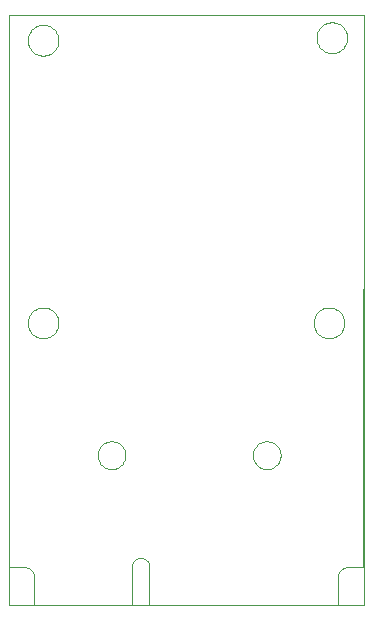
<source format=gko>
G75*
%MOIN*%
%OFA0B0*%
%FSLAX24Y24*%
%IPPOS*%
%LPD*%
%AMOC8*
5,1,8,0,0,1.08239X$1,22.5*
%
%ADD10C,0.0000*%
D10*
X000180Y002833D02*
X000180Y022518D01*
X011991Y022518D01*
X011991Y002833D01*
X000180Y002833D01*
X001017Y003776D02*
X001015Y003809D01*
X001010Y003841D01*
X001002Y003873D01*
X000990Y003904D01*
X000975Y003934D01*
X000957Y003961D01*
X000936Y003987D01*
X000913Y004010D01*
X000887Y004031D01*
X000860Y004049D01*
X000830Y004064D01*
X000799Y004076D01*
X000767Y004084D01*
X000735Y004089D01*
X000702Y004091D01*
X000170Y004091D01*
X000170Y013383D01*
X000800Y012241D02*
X000802Y012286D01*
X000808Y012330D01*
X000817Y012374D01*
X000831Y012416D01*
X000848Y012457D01*
X000869Y012497D01*
X000893Y012535D01*
X000920Y012570D01*
X000950Y012603D01*
X000983Y012633D01*
X001018Y012660D01*
X001056Y012684D01*
X001096Y012705D01*
X001137Y012722D01*
X001179Y012736D01*
X001223Y012745D01*
X001267Y012751D01*
X001312Y012753D01*
X001357Y012751D01*
X001401Y012745D01*
X001445Y012736D01*
X001487Y012722D01*
X001528Y012705D01*
X001568Y012684D01*
X001606Y012660D01*
X001641Y012633D01*
X001674Y012603D01*
X001704Y012570D01*
X001731Y012535D01*
X001755Y012497D01*
X001776Y012457D01*
X001793Y012416D01*
X001807Y012374D01*
X001816Y012330D01*
X001822Y012286D01*
X001824Y012241D01*
X001822Y012196D01*
X001816Y012152D01*
X001807Y012108D01*
X001793Y012066D01*
X001776Y012025D01*
X001755Y011985D01*
X001731Y011947D01*
X001704Y011912D01*
X001674Y011879D01*
X001641Y011849D01*
X001606Y011822D01*
X001568Y011798D01*
X001528Y011777D01*
X001487Y011760D01*
X001445Y011746D01*
X001401Y011737D01*
X001357Y011731D01*
X001312Y011729D01*
X001267Y011731D01*
X001223Y011737D01*
X001179Y011746D01*
X001137Y011760D01*
X001096Y011777D01*
X001056Y011798D01*
X001018Y011822D01*
X000983Y011849D01*
X000950Y011879D01*
X000920Y011912D01*
X000893Y011947D01*
X000869Y011985D01*
X000848Y012025D01*
X000831Y012066D01*
X000817Y012108D01*
X000808Y012152D01*
X000802Y012196D01*
X000800Y012241D01*
X003130Y007833D02*
X003132Y007876D01*
X003138Y007918D01*
X003148Y007960D01*
X003161Y008000D01*
X003179Y008039D01*
X003199Y008077D01*
X003224Y008112D01*
X003251Y008145D01*
X003281Y008175D01*
X003314Y008202D01*
X003349Y008227D01*
X003387Y008247D01*
X003426Y008265D01*
X003466Y008278D01*
X003508Y008288D01*
X003550Y008294D01*
X003593Y008296D01*
X003636Y008294D01*
X003678Y008288D01*
X003720Y008278D01*
X003760Y008265D01*
X003799Y008247D01*
X003837Y008227D01*
X003872Y008202D01*
X003905Y008175D01*
X003935Y008145D01*
X003962Y008112D01*
X003987Y008077D01*
X004007Y008039D01*
X004025Y008000D01*
X004038Y007960D01*
X004048Y007918D01*
X004054Y007876D01*
X004056Y007833D01*
X004054Y007790D01*
X004048Y007748D01*
X004038Y007706D01*
X004025Y007666D01*
X004007Y007627D01*
X003987Y007589D01*
X003962Y007554D01*
X003935Y007521D01*
X003905Y007491D01*
X003872Y007464D01*
X003837Y007439D01*
X003799Y007419D01*
X003760Y007401D01*
X003720Y007388D01*
X003678Y007378D01*
X003636Y007372D01*
X003593Y007370D01*
X003550Y007372D01*
X003508Y007378D01*
X003466Y007388D01*
X003426Y007401D01*
X003387Y007419D01*
X003349Y007439D01*
X003314Y007464D01*
X003281Y007491D01*
X003251Y007521D01*
X003224Y007554D01*
X003199Y007589D01*
X003179Y007627D01*
X003161Y007666D01*
X003148Y007706D01*
X003138Y007748D01*
X003132Y007790D01*
X003130Y007833D01*
X004265Y004111D02*
X004265Y002831D01*
X001017Y002831D01*
X001017Y003776D01*
X004265Y004111D02*
X004267Y004144D01*
X004272Y004177D01*
X004282Y004208D01*
X004294Y004239D01*
X004310Y004268D01*
X004329Y004295D01*
X004351Y004320D01*
X004376Y004342D01*
X004403Y004361D01*
X004432Y004377D01*
X004463Y004389D01*
X004494Y004399D01*
X004527Y004404D01*
X004560Y004406D01*
X004593Y004404D01*
X004626Y004399D01*
X004657Y004389D01*
X004688Y004377D01*
X004717Y004361D01*
X004744Y004342D01*
X004769Y004320D01*
X004791Y004295D01*
X004810Y004268D01*
X004826Y004239D01*
X004838Y004208D01*
X004848Y004177D01*
X004853Y004144D01*
X004855Y004111D01*
X004855Y002831D01*
X011135Y002831D01*
X011135Y003776D01*
X011137Y003809D01*
X011142Y003841D01*
X011150Y003873D01*
X011162Y003904D01*
X011177Y003934D01*
X011195Y003961D01*
X011216Y003987D01*
X011239Y004010D01*
X011265Y004031D01*
X011293Y004049D01*
X011322Y004064D01*
X011353Y004076D01*
X011385Y004084D01*
X011417Y004089D01*
X011450Y004091D01*
X011981Y004091D01*
X011981Y013383D01*
X010327Y012241D02*
X010329Y012286D01*
X010335Y012330D01*
X010344Y012374D01*
X010358Y012416D01*
X010375Y012457D01*
X010396Y012497D01*
X010420Y012535D01*
X010447Y012570D01*
X010477Y012603D01*
X010510Y012633D01*
X010545Y012660D01*
X010583Y012684D01*
X010623Y012705D01*
X010664Y012722D01*
X010706Y012736D01*
X010750Y012745D01*
X010794Y012751D01*
X010839Y012753D01*
X010884Y012751D01*
X010928Y012745D01*
X010972Y012736D01*
X011014Y012722D01*
X011055Y012705D01*
X011095Y012684D01*
X011133Y012660D01*
X011168Y012633D01*
X011201Y012603D01*
X011231Y012570D01*
X011258Y012535D01*
X011282Y012497D01*
X011303Y012457D01*
X011320Y012416D01*
X011334Y012374D01*
X011343Y012330D01*
X011349Y012286D01*
X011351Y012241D01*
X011349Y012196D01*
X011343Y012152D01*
X011334Y012108D01*
X011320Y012066D01*
X011303Y012025D01*
X011282Y011985D01*
X011258Y011947D01*
X011231Y011912D01*
X011201Y011879D01*
X011168Y011849D01*
X011133Y011822D01*
X011095Y011798D01*
X011055Y011777D01*
X011014Y011760D01*
X010972Y011746D01*
X010928Y011737D01*
X010884Y011731D01*
X010839Y011729D01*
X010794Y011731D01*
X010750Y011737D01*
X010706Y011746D01*
X010664Y011760D01*
X010623Y011777D01*
X010583Y011798D01*
X010545Y011822D01*
X010510Y011849D01*
X010477Y011879D01*
X010447Y011912D01*
X010420Y011947D01*
X010396Y011985D01*
X010375Y012025D01*
X010358Y012066D01*
X010344Y012108D01*
X010335Y012152D01*
X010329Y012196D01*
X010327Y012241D01*
X008304Y007833D02*
X008306Y007876D01*
X008312Y007918D01*
X008322Y007960D01*
X008335Y008000D01*
X008353Y008039D01*
X008373Y008077D01*
X008398Y008112D01*
X008425Y008145D01*
X008455Y008175D01*
X008488Y008202D01*
X008523Y008227D01*
X008561Y008247D01*
X008600Y008265D01*
X008640Y008278D01*
X008682Y008288D01*
X008724Y008294D01*
X008767Y008296D01*
X008810Y008294D01*
X008852Y008288D01*
X008894Y008278D01*
X008934Y008265D01*
X008973Y008247D01*
X009011Y008227D01*
X009046Y008202D01*
X009079Y008175D01*
X009109Y008145D01*
X009136Y008112D01*
X009161Y008077D01*
X009181Y008039D01*
X009199Y008000D01*
X009212Y007960D01*
X009222Y007918D01*
X009228Y007876D01*
X009230Y007833D01*
X009228Y007790D01*
X009222Y007748D01*
X009212Y007706D01*
X009199Y007666D01*
X009181Y007627D01*
X009161Y007589D01*
X009136Y007554D01*
X009109Y007521D01*
X009079Y007491D01*
X009046Y007464D01*
X009011Y007439D01*
X008973Y007419D01*
X008934Y007401D01*
X008894Y007388D01*
X008852Y007378D01*
X008810Y007372D01*
X008767Y007370D01*
X008724Y007372D01*
X008682Y007378D01*
X008640Y007388D01*
X008600Y007401D01*
X008561Y007419D01*
X008523Y007439D01*
X008488Y007464D01*
X008455Y007491D01*
X008425Y007521D01*
X008398Y007554D01*
X008373Y007589D01*
X008353Y007627D01*
X008335Y007666D01*
X008322Y007706D01*
X008312Y007748D01*
X008306Y007790D01*
X008304Y007833D01*
X000800Y021663D02*
X000802Y021708D01*
X000808Y021752D01*
X000817Y021796D01*
X000831Y021838D01*
X000848Y021879D01*
X000869Y021919D01*
X000893Y021957D01*
X000920Y021992D01*
X000950Y022025D01*
X000983Y022055D01*
X001018Y022082D01*
X001056Y022106D01*
X001096Y022127D01*
X001137Y022144D01*
X001179Y022158D01*
X001223Y022167D01*
X001267Y022173D01*
X001312Y022175D01*
X001357Y022173D01*
X001401Y022167D01*
X001445Y022158D01*
X001487Y022144D01*
X001528Y022127D01*
X001568Y022106D01*
X001606Y022082D01*
X001641Y022055D01*
X001674Y022025D01*
X001704Y021992D01*
X001731Y021957D01*
X001755Y021919D01*
X001776Y021879D01*
X001793Y021838D01*
X001807Y021796D01*
X001816Y021752D01*
X001822Y021708D01*
X001824Y021663D01*
X001822Y021618D01*
X001816Y021574D01*
X001807Y021530D01*
X001793Y021488D01*
X001776Y021447D01*
X001755Y021407D01*
X001731Y021369D01*
X001704Y021334D01*
X001674Y021301D01*
X001641Y021271D01*
X001606Y021244D01*
X001568Y021220D01*
X001528Y021199D01*
X001487Y021182D01*
X001445Y021168D01*
X001401Y021159D01*
X001357Y021153D01*
X001312Y021151D01*
X001267Y021153D01*
X001223Y021159D01*
X001179Y021168D01*
X001137Y021182D01*
X001096Y021199D01*
X001056Y021220D01*
X001018Y021244D01*
X000983Y021271D01*
X000950Y021301D01*
X000920Y021334D01*
X000893Y021369D01*
X000869Y021407D01*
X000848Y021447D01*
X000831Y021488D01*
X000817Y021530D01*
X000808Y021574D01*
X000802Y021618D01*
X000800Y021663D01*
X010426Y021749D02*
X010428Y021794D01*
X010434Y021838D01*
X010443Y021882D01*
X010457Y021924D01*
X010474Y021965D01*
X010495Y022005D01*
X010519Y022043D01*
X010546Y022078D01*
X010576Y022111D01*
X010609Y022141D01*
X010644Y022168D01*
X010682Y022192D01*
X010722Y022213D01*
X010763Y022230D01*
X010805Y022244D01*
X010849Y022253D01*
X010893Y022259D01*
X010938Y022261D01*
X010983Y022259D01*
X011027Y022253D01*
X011071Y022244D01*
X011113Y022230D01*
X011154Y022213D01*
X011194Y022192D01*
X011232Y022168D01*
X011267Y022141D01*
X011300Y022111D01*
X011330Y022078D01*
X011357Y022043D01*
X011381Y022005D01*
X011402Y021965D01*
X011419Y021924D01*
X011433Y021882D01*
X011442Y021838D01*
X011448Y021794D01*
X011450Y021749D01*
X011448Y021704D01*
X011442Y021660D01*
X011433Y021616D01*
X011419Y021574D01*
X011402Y021533D01*
X011381Y021493D01*
X011357Y021455D01*
X011330Y021420D01*
X011300Y021387D01*
X011267Y021357D01*
X011232Y021330D01*
X011194Y021306D01*
X011154Y021285D01*
X011113Y021268D01*
X011071Y021254D01*
X011027Y021245D01*
X010983Y021239D01*
X010938Y021237D01*
X010893Y021239D01*
X010849Y021245D01*
X010805Y021254D01*
X010763Y021268D01*
X010722Y021285D01*
X010682Y021306D01*
X010644Y021330D01*
X010609Y021357D01*
X010576Y021387D01*
X010546Y021420D01*
X010519Y021455D01*
X010495Y021493D01*
X010474Y021533D01*
X010457Y021574D01*
X010443Y021616D01*
X010434Y021660D01*
X010428Y021704D01*
X010426Y021749D01*
M02*

</source>
